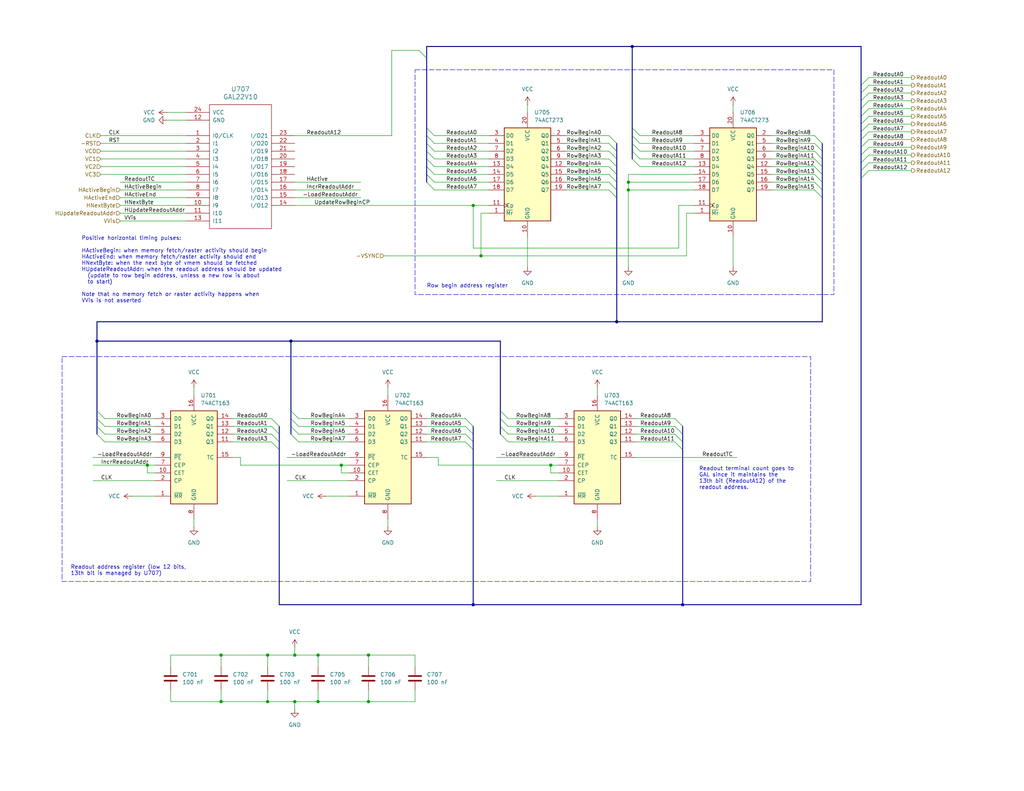
<source format=kicad_sch>
(kicad_sch (version 20231120) (generator "eeschema") (generator_version "8.0")
  (paper "User" 335.28 259.08)
  (title_block (title "Readout") (company "daveho hacks"))
  (lib_symbols
    (symbol "74xx:74LS163" (pin_names (offset 1.016))
      (property "Reference" "U" (at -7.62 16.51 0))
      (property "Value" "74LS163" (at -7.62 -16.51 0))
      (symbol "74LS163_1_0"
        (pin input line (at -12.7 -12.7 0) (length 5.08) (name "~{MR}") (number "1"))
        (pin input line (at -12.7 -5.08 0) (length 5.08) (name "CET") (number "10"))
        (pin output line (at 12.7 5.08 180) (length 5.08) (name "Q3") (number "11"))
        (pin output line (at 12.7 7.62 180) (length 5.08) (name "Q2") (number "12"))
        (pin output line (at 12.7 10.16 180) (length 5.08) (name "Q1") (number "13"))
        (pin output line (at 12.7 12.7 180) (length 5.08) (name "Q0") (number "14"))
        (pin output line (at 12.7 0 180) (length 5.08) (name "TC") (number "15"))
        (pin power_in line (at 0 20.32 270) (length 5.08) (name "VCC") (number "16"))
        (pin input line (at -12.7 -7.62 0) (length 5.08) (name "CP") (number "2"))
        (pin input line (at -12.7 12.7 0) (length 5.08) (name "D0") (number "3"))
        (pin input line (at -12.7 10.16 0) (length 5.08) (name "D1") (number "4"))
        (pin input line (at -12.7 7.62 0) (length 5.08) (name "D2") (number "5"))
        (pin input line (at -12.7 5.08 0) (length 5.08) (name "D3") (number "6"))
        (pin input line (at -12.7 -2.54 0) (length 5.08) (name "CEP") (number "7"))
        (pin power_in line (at 0 -20.32 90) (length 5.08) (name "GND") (number "8"))
        (pin input line (at -12.7 0 0) (length 5.08) (name "~{PE}") (number "9"))
      )
      (symbol "74LS163_1_1"
        (rectangle (start -7.62 15.24) (end 7.62 -15.24) (stroke (width 0.254)) (fill (type background)))
      )
    )
    (symbol "74xx:74LS273"
      (property "Reference" "U" (at -7.62 16.51 0))
      (property "Value" "74LS273" (at -7.62 -16.51 0))
      (symbol "74LS273_1_0"
        (pin input line (at -12.7 -12.7 0) (length 5.08) (name "~{Mr}") (number "1"))
        (pin power_in line (at 0 -20.32 90) (length 5.08) (name "GND") (number "10"))
        (pin input clock (at -12.7 -10.16 0) (length 5.08) (name "Cp") (number "11"))
        (pin output line (at 12.7 2.54 180) (length 5.08) (name "Q4") (number "12"))
        (pin input line (at -12.7 2.54 0) (length 5.08) (name "D4") (number "13"))
        (pin input line (at -12.7 0 0) (length 5.08) (name "D5") (number "14"))
        (pin output line (at 12.7 0 180) (length 5.08) (name "Q5") (number "15"))
        (pin output line (at 12.7 -2.54 180) (length 5.08) (name "Q6") (number "16"))
        (pin input line (at -12.7 -2.54 0) (length 5.08) (name "D6") (number "17"))
        (pin input line (at -12.7 -5.08 0) (length 5.08) (name "D7") (number "18"))
        (pin output line (at 12.7 -5.08 180) (length 5.08) (name "Q7") (number "19"))
        (pin output line (at 12.7 12.7 180) (length 5.08) (name "Q0") (number "2"))
        (pin power_in line (at 0 20.32 270) (length 5.08) (name "VCC") (number "20"))
        (pin input line (at -12.7 12.7 0) (length 5.08) (name "D0") (number "3"))
        (pin input line (at -12.7 10.16 0) (length 5.08) (name "D1") (number "4"))
        (pin output line (at 12.7 10.16 180) (length 5.08) (name "Q1") (number "5"))
        (pin output line (at 12.7 7.62 180) (length 5.08) (name "Q2") (number "6"))
        (pin input line (at -12.7 7.62 0) (length 5.08) (name "D2") (number "7"))
        (pin input line (at -12.7 5.08 0) (length 5.08) (name "D3") (number "8"))
        (pin output line (at 12.7 5.08 180) (length 5.08) (name "Q3") (number "9"))
      )
      (symbol "74LS273_1_1"
        (rectangle (start -7.62 15.24) (end 7.62 -15.24) (stroke (width 0.254)) (fill (type background)))
      )
    )
    (symbol "Device:C" (pin_numbers hide) (pin_names (offset 0.254))
      (property "Reference" "C" (at 0.635 2.54 0))
      (property "Value" "C" (at 0.635 -2.54 0))
      (symbol "C_0_1"
        (polyline (pts (xy -2.032 -0.762) (xy 2.032 -0.762)) (stroke (width 0.508)))
        (polyline (pts (xy -2.032 0.762) (xy 2.032 0.762)) (stroke (width 0.508)))
      )
      (symbol "C_1_1"
        (pin passive line (at 0 3.81 270) (length 2.794) (name "~") (number "1"))
        (pin passive line (at 0 -3.81 90) (length 2.794) (name "~") (number "2"))
      )
    )
    (symbol "power:GND" (power) (pin_numbers hide) (pin_names (offset 0) hide)
      (property "Value" "GND" (at 0 -3.81 0))
      (symbol "GND_0_1"
        (polyline (pts (xy 0 0) (xy 0 -1.27) (xy 1.27 -1.27) (xy 0 -2.54) (xy -1.27 -1.27) (xy 0 -1.27)))
      )
      (symbol "GND_1_1"
        (pin power_in line (at 0 0 270) (length 0) (name "~") (number "1"))
      )
    )
    (symbol "power:VCC" (power) (pin_numbers hide) (pin_names (offset 0) hide)
      (property "Value" "VCC" (at 0 3.556 0))
      (symbol "VCC_0_1"
        (polyline (pts (xy -0.762 1.27) (xy 0 2.54)))
        (polyline (pts (xy 0 0) (xy 0 2.54)))
        (polyline (pts (xy 0 2.54) (xy 0.762 1.27)))
      )
      (symbol "VCC_1_1"
        (pin power_in line (at 0 0 90) (length 0) (name "~") (number "1"))
      )
    )
    (symbol "ya68k:GAL22V10" (pin_names (offset 1.016))
      (property "Reference" "U" (at -1.27 20.32 0))
      (property "Value" "GAL22V10" (at 0 -24.13 0))
      (symbol "GAL22V10_0_1"
        (rectangle (start -10.16 19.05) (end 10.16 -21.59))
      )
      (symbol "GAL22V10_1_1"
        (pin input line (at -17.78 8.89 0) (length 7.62) (name "I0/CLK") (number "1"))
        (pin input line (at -17.78 -13.97 0) (length 7.62) (name "I9") (number "10"))
        (pin input line (at -17.78 -16.51 0) (length 7.62) (name "I10") (number "11"))
        (pin power_in line (at -17.78 13.97 0) (length 7.62) (name "GND") (number "12"))
        (pin input line (at -17.78 -19.05 0) (length 7.62) (name "I11") (number "13"))
        (pin bidirectional line (at 17.78 -13.97 180) (length 7.62) (name "I/O12") (number "14"))
        (pin bidirectional line (at 17.78 -11.43 180) (length 7.62) (name "I/O13") (number "15"))
        (pin bidirectional line (at 17.78 -8.89 180) (length 7.62) (name "I/O14") (number "16"))
        (pin bidirectional line (at 17.78 -6.35 180) (length 7.62) (name "I/O15") (number "17"))
        (pin bidirectional line (at 17.78 -3.81 180) (length 7.62) (name "I/O16") (number "18"))
        (pin bidirectional line (at 17.78 -1.27 180) (length 7.62) (name "I/O17") (number "19"))
        (pin input line (at -17.78 6.35 0) (length 7.62) (name "I1") (number "2"))
        (pin bidirectional line (at 17.78 1.27 180) (length 7.62) (name "I/O18") (number "20"))
        (pin bidirectional line (at 17.78 3.81 180) (length 7.62) (name "I/O19") (number "21"))
        (pin bidirectional line (at 17.78 6.35 180) (length 7.62) (name "I/O20") (number "22"))
        (pin bidirectional line (at 17.78 8.89 180) (length 7.62) (name "I/O21") (number "23"))
        (pin power_in line (at -17.78 16.51 0) (length 7.62) (name "VCC") (number "24"))
        (pin input line (at -17.78 3.81 0) (length 7.62) (name "I2") (number "3"))
        (pin input line (at -17.78 1.27 0) (length 7.62) (name "I3") (number "4"))
        (pin input line (at -17.78 -1.27 0) (length 7.62) (name "I4") (number "5"))
        (pin input line (at -17.78 -3.81 0) (length 7.62) (name "I5") (number "6"))
        (pin input line (at -17.78 -6.35 0) (length 7.62) (name "I6") (number "7"))
        (pin input line (at -17.78 -8.89 0) (length 7.62) (name "I7") (number "8"))
        (pin input line (at -17.78 -11.43 0) (length 7.62) (name "I8") (number "9"))
      )
    )
  )
  (junction (at 207.01 15.24))
  (junction (at 205.74 59.69))
  (junction (at 87.63 214.63))
  (junction (at 31.75 111.76))
  (junction (at 157.48 83.82))
  (junction (at 111.76 152.4))
  (junction (at 223.52 198.12))
  (junction (at 180.34 152.4))
  (junction (at 120.65 214.63))
  (junction (at 104.14 214.63))
  (junction (at 205.74 62.23))
  (junction (at 120.65 229.87))
  (junction (at 72.39 214.63))
  (junction (at 48.26 152.4))
  (junction (at 201.93 105.41))
  (junction (at 95.25 111.76))
  (junction (at 96.52 229.87))
  (junction (at 154.94 67.31))
  (junction (at 87.63 229.87))
  (junction (at 96.52 214.63))
  (junction (at 154.94 198.12))
  (junction (at 104.14 229.87))
  (junction (at 72.39 229.87))
  (bus_entry (at 266.7 49.53) (size 2.54 2.54))
  (bus_entry (at 139.7 59.69) (size 2.54 2.54))
  (bus_entry (at 281.94 35.56) (size 2.54 -2.54))
  (bus_entry (at 207.01 44.45) (size 2.54 2.54))
  (bus_entry (at 139.7 57.15) (size 2.54 2.54))
  (bus_entry (at 199.39 46.99) (size 2.54 2.54))
  (bus_entry (at 281.94 58.42) (size 2.54 -2.54))
  (bus_entry (at 31.75 137.16) (size 2.54 2.54))
  (bus_entry (at 152.4 144.78) (size 2.54 2.54))
  (bus_entry (at 207.01 52.07) (size 2.54 2.54))
  (bus_entry (at 31.75 142.24) (size 2.54 2.54))
  (bus_entry (at 152.4 142.24) (size 2.54 2.54))
  (bus_entry (at 266.7 54.61) (size 2.54 2.54))
  (bus_entry (at 266.7 62.23) (size 2.54 2.54))
  (bus_entry (at 31.75 139.7) (size 2.54 2.54))
  (bus_entry (at 281.94 55.88) (size 2.54 -2.54))
  (bus_entry (at 281.94 27.94) (size 2.54 -2.54))
  (bus_entry (at 139.7 46.99) (size 2.54 2.54))
  (bus_entry (at 281.94 45.72) (size 2.54 -2.54))
  (bus_entry (at 199.39 59.69) (size 2.54 2.54))
  (bus_entry (at 199.39 54.61) (size 2.54 2.54))
  (bus_entry (at 95.25 137.16) (size 2.54 2.54))
  (bus_entry (at 88.9 137.16) (size 2.54 2.54))
  (bus_entry (at 266.7 52.07) (size 2.54 2.54))
  (bus_entry (at 199.39 49.53) (size 2.54 2.54))
  (bus_entry (at 207.01 46.99) (size 2.54 2.54))
  (bus_entry (at 281.94 40.64) (size 2.54 -2.54))
  (bus_entry (at 88.9 139.7) (size 2.54 2.54))
  (bus_entry (at 163.83 142.24) (size 2.54 2.54))
  (bus_entry (at 281.94 53.34) (size 2.54 -2.54))
  (bus_entry (at 163.83 137.16) (size 2.54 2.54))
  (bus_entry (at 139.7 52.07) (size 2.54 2.54))
  (bus_entry (at 281.94 48.26) (size 2.54 -2.54))
  (bus_entry (at 152.4 137.16) (size 2.54 2.54))
  (bus_entry (at 266.7 44.45) (size 2.54 2.54))
  (bus_entry (at 139.7 54.61) (size 2.54 2.54))
  (bus_entry (at 139.7 44.45) (size 2.54 2.54))
  (bus_entry (at 281.94 33.02) (size 2.54 -2.54))
  (bus_entry (at 281.94 43.18) (size 2.54 -2.54))
  (bus_entry (at 281.94 50.8) (size 2.54 -2.54))
  (bus_entry (at 220.98 139.7) (size 2.54 2.54))
  (bus_entry (at 137.16 16.51) (size 2.54 2.54))
  (bus_entry (at 266.7 46.99) (size 2.54 2.54))
  (bus_entry (at 199.39 52.07) (size 2.54 2.54))
  (bus_entry (at 31.75 134.62) (size 2.54 2.54))
  (bus_entry (at 220.98 137.16) (size 2.54 2.54))
  (bus_entry (at 207.01 41.91) (size 2.54 2.54))
  (bus_entry (at 199.39 62.23) (size 2.54 2.54))
  (bus_entry (at 199.39 44.45) (size 2.54 2.54))
  (bus_entry (at 88.9 144.78) (size 2.54 2.54))
  (bus_entry (at 139.7 41.91) (size 2.54 2.54))
  (bus_entry (at 220.98 142.24) (size 2.54 2.54))
  (bus_entry (at 199.39 57.15) (size 2.54 2.54))
  (bus_entry (at 88.9 142.24) (size 2.54 2.54))
  (bus_entry (at 95.25 142.24) (size 2.54 2.54))
  (bus_entry (at 281.94 38.1) (size 2.54 -2.54))
  (bus_entry (at 266.7 59.69) (size 2.54 2.54))
  (bus_entry (at 95.25 134.62) (size 2.54 2.54))
  (bus_entry (at 220.98 144.78) (size 2.54 2.54))
  (bus_entry (at 95.25 139.7) (size 2.54 2.54))
  (bus_entry (at 163.83 139.7) (size 2.54 2.54))
  (bus_entry (at 163.83 134.62) (size 2.54 2.54))
  (bus_entry (at 266.7 57.15) (size 2.54 2.54))
  (bus_entry (at 281.94 30.48) (size 2.54 -2.54))
  (bus_entry (at 152.4 139.7) (size 2.54 2.54))
  (bus_entry (at 139.7 49.53) (size 2.54 2.54))
  (bus_entry (at 207.01 49.53) (size 2.54 2.54))
  (wire (pts (xy 209.55 49.53) (xy 227.33 49.53)))
  (bus (pts (xy 281.94 53.34) (xy 281.94 50.8)))
  (wire (pts (xy 209.55 52.07) (xy 227.33 52.07)))
  (bus (pts (xy 281.94 35.56) (xy 281.94 33.02)))
  (wire (pts (xy 162.56 157.48) (xy 182.88 157.48)))
  (wire (pts (xy 55.88 229.87) (xy 72.39 229.87)))
  (bus (pts (xy 139.7 54.61) (xy 139.7 57.15)))
  (wire (pts (xy 76.2 139.7) (xy 88.9 139.7)))
  (wire (pts (xy 33.02 54.61) (xy 60.96 54.61)))
  (bus (pts (xy 281.94 30.48) (xy 281.94 27.94)))
  (wire (pts (xy 208.28 144.78) (xy 220.98 144.78)))
  (wire (pts (xy 240.03 34.29) (xy 240.03 36.83)))
  (wire (pts (xy 284.48 35.56) (xy 298.45 35.56)))
  (wire (pts (xy 63.5 127) (xy 63.5 129.54)))
  (bus (pts (xy 95.25 111.76) (xy 95.25 134.62)))
  (wire (pts (xy 209.55 54.61) (xy 227.33 54.61)))
  (wire (pts (xy 76.2 142.24) (xy 88.9 142.24)))
  (wire (pts (xy 93.98 157.48) (xy 114.3 157.48)))
  (bus (pts (xy 269.24 46.99) (xy 269.24 49.53)))
  (bus (pts (xy 31.75 105.41) (xy 31.75 111.76)))
  (wire (pts (xy 39.37 64.77) (xy 60.96 64.77)))
  (wire (pts (xy 284.48 33.02) (xy 298.45 33.02)))
  (wire (pts (xy 160.02 69.85) (xy 157.48 69.85)))
  (wire (pts (xy 39.37 62.23) (xy 60.96 62.23)))
  (wire (pts (xy 54.61 36.83) (xy 60.96 36.83)))
  (wire (pts (xy 72.39 214.63) (xy 87.63 214.63)))
  (bus (pts (xy 163.83 134.62) (xy 163.83 111.76)))
  (wire (pts (xy 48.26 154.94) (xy 48.26 152.4)))
  (wire (pts (xy 180.34 152.4) (xy 182.88 152.4)))
  (wire (pts (xy 205.74 59.69) (xy 227.33 59.69)))
  (wire (pts (xy 50.8 154.94) (xy 48.26 154.94)))
  (bus (pts (xy 269.24 62.23) (xy 269.24 64.77)))
  (wire (pts (xy 139.7 144.78) (xy 152.4 144.78)))
  (bus (pts (xy 31.75 105.41) (xy 201.93 105.41)))
  (wire (pts (xy 63.5 170.18) (xy 63.5 172.72)))
  (wire (pts (xy 142.24 62.23) (xy 160.02 62.23)))
  (bus (pts (xy 201.93 59.69) (xy 201.93 62.23)))
  (wire (pts (xy 284.48 43.18) (xy 298.45 43.18)))
  (bus (pts (xy 163.83 142.24) (xy 163.83 139.7)))
  (bus (pts (xy 223.52 144.78) (xy 223.52 147.32)))
  (wire (pts (xy 55.88 218.44) (xy 55.88 214.63)))
  (wire (pts (xy 208.28 137.16) (xy 220.98 137.16)))
  (bus (pts (xy 31.75 137.16) (xy 31.75 134.62)))
  (bus (pts (xy 91.44 147.32) (xy 91.44 198.12)))
  (wire (pts (xy 284.48 53.34) (xy 298.45 53.34)))
  (wire (pts (xy 195.58 170.18) (xy 195.58 172.72)))
  (wire (pts (xy 97.79 139.7) (xy 114.3 139.7)))
  (wire (pts (xy 172.72 77.47) (xy 172.72 87.63)))
  (wire (pts (xy 96.52 59.69) (xy 118.11 59.69)))
  (wire (pts (xy 34.29 142.24) (xy 50.8 142.24)))
  (wire (pts (xy 143.51 152.4) (xy 180.34 152.4)))
  (wire (pts (xy 222.25 81.28) (xy 154.94 81.28)))
  (wire (pts (xy 182.88 154.94) (xy 180.34 154.94)))
  (bus (pts (xy 207.01 49.53) (xy 207.01 52.07)))
  (wire (pts (xy 120.65 214.63) (xy 120.65 218.44)))
  (wire (pts (xy 195.58 127) (xy 195.58 129.54)))
  (bus (pts (xy 139.7 15.24) (xy 139.7 19.05)))
  (bus (pts (xy 139.7 46.99) (xy 139.7 49.53)))
  (bus (pts (xy 91.44 144.78) (xy 91.44 147.32)))
  (wire (pts (xy 205.74 57.15) (xy 205.74 59.69)))
  (bus (pts (xy 91.44 142.24) (xy 91.44 144.78)))
  (bus (pts (xy 281.94 48.26) (xy 281.94 45.72)))
  (wire (pts (xy 135.89 214.63) (xy 135.89 218.44)))
  (wire (pts (xy 240.03 77.47) (xy 240.03 87.63)))
  (wire (pts (xy 111.76 154.94) (xy 111.76 152.4)))
  (wire (pts (xy 30.48 157.48) (xy 50.8 157.48)))
  (wire (pts (xy 72.39 214.63) (xy 72.39 218.44)))
  (bus (pts (xy 139.7 49.53) (xy 139.7 52.07)))
  (wire (pts (xy 139.7 137.16) (xy 152.4 137.16)))
  (bus (pts (xy 281.94 58.42) (xy 281.94 55.88)))
  (wire (pts (xy 185.42 59.69) (xy 199.39 59.69)))
  (bus (pts (xy 269.24 59.69) (xy 269.24 62.23)))
  (wire (pts (xy 33.02 46.99) (xy 60.96 46.99)))
  (wire (pts (xy 175.26 162.56) (xy 182.88 162.56)))
  (wire (pts (xy 205.74 62.23) (xy 205.74 87.63)))
  (wire (pts (xy 48.26 152.4) (xy 50.8 152.4)))
  (wire (pts (xy 157.48 83.82) (xy 224.79 83.82)))
  (wire (pts (xy 222.25 67.31) (xy 222.25 81.28)))
  (wire (pts (xy 55.88 226.06) (xy 55.88 229.87)))
  (bus (pts (xy 154.94 142.24) (xy 154.94 144.78)))
  (wire (pts (xy 284.48 50.8) (xy 298.45 50.8)))
  (wire (pts (xy 97.79 137.16) (xy 114.3 137.16)))
  (wire (pts (xy 209.55 46.99) (xy 227.33 46.99)))
  (wire (pts (xy 30.48 152.4) (xy 48.26 152.4)))
  (wire (pts (xy 284.48 40.64) (xy 298.45 40.64)))
  (bus (pts (xy 154.94 147.32) (xy 154.94 198.12)))
  (wire (pts (xy 111.76 152.4) (xy 114.3 152.4)))
  (bus (pts (xy 201.93 52.07) (xy 201.93 54.61)))
  (wire (pts (xy 142.24 52.07) (xy 160.02 52.07)))
  (bus (pts (xy 223.52 139.7) (xy 223.52 142.24)))
  (wire (pts (xy 284.48 55.88) (xy 298.45 55.88)))
  (wire (pts (xy 114.3 154.94) (xy 111.76 154.94)))
  (bus (pts (xy 95.25 111.76) (xy 31.75 111.76)))
  (wire (pts (xy 39.37 67.31) (xy 60.96 67.31)))
  (bus (pts (xy 281.94 50.8) (xy 281.94 48.26)))
  (wire (pts (xy 96.52 214.63) (xy 104.14 214.63)))
  (bus (pts (xy 95.25 139.7) (xy 95.25 142.24)))
  (wire (pts (xy 252.73 62.23) (xy 266.7 62.23)))
  (wire (pts (xy 154.94 81.28) (xy 154.94 67.31)))
  (bus (pts (xy 201.93 62.23) (xy 201.93 64.77)))
  (wire (pts (xy 166.37 137.16) (xy 182.88 137.16)))
  (bus (pts (xy 207.01 46.99) (xy 207.01 49.53)))
  (wire (pts (xy 96.52 64.77) (xy 118.11 64.77)))
  (bus (pts (xy 154.94 139.7) (xy 154.94 142.24)))
  (bus (pts (xy 269.24 49.53) (xy 269.24 52.07)))
  (bus (pts (xy 269.24 64.77) (xy 269.24 105.41)))
  (bus (pts (xy 281.94 33.02) (xy 281.94 30.48)))
  (bus (pts (xy 95.25 137.16) (xy 95.25 139.7)))
  (bus (pts (xy 91.44 198.12) (xy 154.94 198.12)))
  (wire (pts (xy 252.73 54.61) (xy 266.7 54.61)))
  (wire (pts (xy 39.37 69.85) (xy 60.96 69.85)))
  (wire (pts (xy 185.42 57.15) (xy 199.39 57.15)))
  (wire (pts (xy 39.37 59.69) (xy 60.96 59.69)))
  (wire (pts (xy 33.02 44.45) (xy 60.96 44.45)))
  (bus (pts (xy 207.01 41.91) (xy 207.01 44.45)))
  (wire (pts (xy 72.39 226.06) (xy 72.39 229.87)))
  (wire (pts (xy 185.42 49.53) (xy 199.39 49.53)))
  (wire (pts (xy 34.29 137.16) (xy 50.8 137.16)))
  (wire (pts (xy 284.48 48.26) (xy 298.45 48.26)))
  (wire (pts (xy 157.48 69.85) (xy 157.48 83.82)))
  (bus (pts (xy 201.93 64.77) (xy 201.93 105.41)))
  (wire (pts (xy 96.52 229.87) (xy 104.14 229.87)))
  (wire (pts (xy 162.56 149.86) (xy 182.88 149.86)))
  (bus (pts (xy 31.75 139.7) (xy 31.75 137.16)))
  (wire (pts (xy 104.14 226.06) (xy 104.14 229.87)))
  (wire (pts (xy 76.2 137.16) (xy 88.9 137.16)))
  (wire (pts (xy 224.79 69.85) (xy 224.79 83.82)))
  (wire (pts (xy 284.48 45.72) (xy 298.45 45.72)))
  (wire (pts (xy 209.55 44.45) (xy 227.33 44.45)))
  (wire (pts (xy 76.2 149.86) (xy 78.74 149.86)))
  (bus (pts (xy 154.94 198.12) (xy 223.52 198.12)))
  (wire (pts (xy 104.14 214.63) (xy 120.65 214.63)))
  (bus (pts (xy 163.83 139.7) (xy 163.83 137.16)))
  (wire (pts (xy 142.24 59.69) (xy 160.02 59.69)))
  (bus (pts (xy 281.94 45.72) (xy 281.94 43.18)))
  (wire (pts (xy 127 127) (xy 127 129.54)))
  (bus (pts (xy 139.7 44.45) (xy 139.7 46.99)))
  (wire (pts (xy 78.74 152.4) (xy 111.76 152.4)))
  (wire (pts (xy 33.02 52.07) (xy 60.96 52.07)))
  (wire (pts (xy 142.24 46.99) (xy 160.02 46.99)))
  (bus (pts (xy 281.94 38.1) (xy 281.94 35.56)))
  (bus (pts (xy 139.7 19.05) (xy 139.7 41.91)))
  (wire (pts (xy 284.48 30.48) (xy 298.45 30.48)))
  (wire (pts (xy 39.37 72.39) (xy 60.96 72.39)))
  (wire (pts (xy 96.52 229.87) (xy 96.52 232.41)))
  (bus (pts (xy 95.25 111.76) (xy 163.83 111.76)))
  (wire (pts (xy 125.73 83.82) (xy 157.48 83.82)))
  (wire (pts (xy 87.63 226.06) (xy 87.63 229.87)))
  (wire (pts (xy 34.29 144.78) (xy 50.8 144.78)))
  (wire (pts (xy 104.14 214.63) (xy 104.14 218.44)))
  (wire (pts (xy 252.73 49.53) (xy 266.7 49.53)))
  (wire (pts (xy 142.24 49.53) (xy 160.02 49.53)))
  (bus (pts (xy 139.7 57.15) (xy 139.7 59.69)))
  (wire (pts (xy 93.98 149.86) (xy 114.3 149.86)))
  (wire (pts (xy 172.72 34.29) (xy 172.72 36.83)))
  (wire (pts (xy 252.73 52.07) (xy 266.7 52.07)))
  (wire (pts (xy 106.68 162.56) (xy 114.3 162.56)))
  (bus (pts (xy 201.93 54.61) (xy 201.93 57.15)))
  (wire (pts (xy 128.27 44.45) (xy 128.27 16.51)))
  (wire (pts (xy 120.65 214.63) (xy 135.89 214.63)))
  (wire (pts (xy 252.73 57.15) (xy 266.7 57.15)))
  (bus (pts (xy 91.44 139.7) (xy 91.44 142.24)))
  (bus (pts (xy 269.24 52.07) (xy 269.24 54.61)))
  (bus (pts (xy 31.75 142.24) (xy 31.75 139.7)))
  (wire (pts (xy 142.24 54.61) (xy 160.02 54.61)))
  (bus (pts (xy 269.24 54.61) (xy 269.24 57.15)))
  (bus (pts (xy 95.25 134.62) (xy 95.25 137.16)))
  (wire (pts (xy 128.27 16.51) (xy 137.16 16.51)))
  (wire (pts (xy 252.73 46.99) (xy 266.7 46.99)))
  (wire (pts (xy 185.42 44.45) (xy 199.39 44.45)))
  (bus (pts (xy 201.93 46.99) (xy 201.93 49.53)))
  (wire (pts (xy 96.52 67.31) (xy 154.94 67.31)))
  (wire (pts (xy 208.28 139.7) (xy 220.98 139.7)))
  (bus (pts (xy 281.94 43.18) (xy 281.94 40.64)))
  (wire (pts (xy 139.7 142.24) (xy 152.4 142.24)))
  (bus (pts (xy 281.94 55.88) (xy 281.94 53.34)))
  (wire (pts (xy 185.42 62.23) (xy 199.39 62.23)))
  (wire (pts (xy 96.52 44.45) (xy 128.27 44.45)))
  (bus (pts (xy 281.94 15.24) (xy 207.01 15.24)))
  (wire (pts (xy 185.42 46.99) (xy 199.39 46.99)))
  (bus (pts (xy 269.24 57.15) (xy 269.24 59.69)))
  (wire (pts (xy 142.24 44.45) (xy 160.02 44.45)))
  (wire (pts (xy 97.79 142.24) (xy 114.3 142.24)))
  (wire (pts (xy 208.28 142.24) (xy 220.98 142.24)))
  (wire (pts (xy 54.61 39.37) (xy 60.96 39.37)))
  (wire (pts (xy 43.18 162.56) (xy 50.8 162.56)))
  (wire (pts (xy 166.37 142.24) (xy 182.88 142.24)))
  (wire (pts (xy 143.51 149.86) (xy 143.51 152.4)))
  (bus (pts (xy 207.01 44.45) (xy 207.01 46.99)))
  (wire (pts (xy 55.88 214.63) (xy 72.39 214.63)))
  (wire (pts (xy 97.79 144.78) (xy 114.3 144.78)))
  (wire (pts (xy 252.73 59.69) (xy 266.7 59.69)))
  (wire (pts (xy 227.33 67.31) (xy 222.25 67.31)))
  (wire (pts (xy 96.52 62.23) (xy 118.11 62.23)))
  (wire (pts (xy 87.63 214.63) (xy 87.63 218.44)))
  (wire (pts (xy 72.39 229.87) (xy 87.63 229.87)))
  (wire (pts (xy 154.94 67.31) (xy 160.02 67.31)))
  (bus (pts (xy 139.7 41.91) (xy 139.7 44.45)))
  (wire (pts (xy 166.37 139.7) (xy 182.88 139.7)))
  (wire (pts (xy 33.02 57.15) (xy 60.96 57.15)))
  (bus (pts (xy 207.01 15.24) (xy 207.01 41.91)))
  (bus (pts (xy 281.94 40.64) (xy 281.94 38.1)))
  (wire (pts (xy 120.65 226.06) (xy 120.65 229.87)))
  (wire (pts (xy 180.34 154.94) (xy 180.34 152.4)))
  (wire (pts (xy 205.74 59.69) (xy 205.74 62.23)))
  (wire (pts (xy 30.48 149.86) (xy 50.8 149.86)))
  (wire (pts (xy 34.29 139.7) (xy 50.8 139.7)))
  (bus (pts (xy 281.94 58.42) (xy 281.94 198.12)))
  (wire (pts (xy 208.28 149.86) (xy 241.3 149.86)))
  (bus (pts (xy 201.93 57.15) (xy 201.93 59.69)))
  (bus (pts (xy 163.83 137.16) (xy 163.83 134.62)))
  (wire (pts (xy 139.7 149.86) (xy 143.51 149.86)))
  (wire (pts (xy 139.7 139.7) (xy 152.4 139.7)))
  (wire (pts (xy 166.37 144.78) (xy 182.88 144.78)))
  (bus (pts (xy 281.94 27.94) (xy 281.94 15.24)))
  (wire (pts (xy 87.63 229.87) (xy 96.52 229.87)))
  (wire (pts (xy 185.42 52.07) (xy 199.39 52.07)))
  (wire (pts (xy 87.63 214.63) (xy 96.52 214.63)))
  (bus (pts (xy 139.7 52.07) (xy 139.7 54.61)))
  (wire (pts (xy 227.33 57.15) (xy 205.74 57.15)))
  (wire (pts (xy 78.74 149.86) (xy 78.74 152.4)))
  (wire (pts (xy 127 170.18) (xy 127 172.72)))
  (wire (pts (xy 142.24 57.15) (xy 160.02 57.15)))
  (wire (pts (xy 227.33 69.85) (xy 224.79 69.85)))
  (wire (pts (xy 76.2 144.78) (xy 88.9 144.78)))
  (wire (pts (xy 284.48 38.1) (xy 298.45 38.1)))
  (wire (pts (xy 135.89 229.87) (xy 135.89 226.06)))
  (wire (pts (xy 104.14 229.87) (xy 120.65 229.87)))
  (wire (pts (xy 284.48 25.4) (xy 298.45 25.4)))
  (bus (pts (xy 223.52 142.24) (xy 223.52 144.78)))
  (wire (pts (xy 284.48 27.94) (xy 298.45 27.94)))
  (bus (pts (xy 207.01 15.24) (xy 139.7 15.24)))
  (bus (pts (xy 201.93 49.53) (xy 201.93 52.07)))
  (wire (pts (xy 205.74 62.23) (xy 227.33 62.23)))
  (bus (pts (xy 154.94 144.78) (xy 154.94 147.32)))
  (wire (pts (xy 185.42 54.61) (xy 199.39 54.61)))
  (wire (pts (xy 33.02 49.53) (xy 60.96 49.53)))
  (wire (pts (xy 96.52 212.09) (xy 96.52 214.63)))
  (bus (pts (xy 223.52 147.32) (xy 223.52 198.12)))
  (bus (pts (xy 201.93 105.41) (xy 269.24 105.41)))
  (bus (pts (xy 31.75 134.62) (xy 31.75 111.76)))
  (wire (pts (xy 120.65 229.87) (xy 135.89 229.87)))
  (wire (pts (xy 252.73 44.45) (xy 266.7 44.45)))
  (bus (pts (xy 223.52 198.12) (xy 281.94 198.12)))
  (rectangle (start 135.89 22.86) (end 273.05 96.52) (stroke (width 0) (type dash)))
  (rectangle (start 20.32 116.84) (end 265.43 190.5) (stroke (width 0) (type dash)))
  (text "Positive horizontal timing pulses:\n\nHActiveBegin: when memory fetch/raster activity should begin\nHActiveEnd: when memory fetch/raster activity should end\nHNextByte: when the next byte of vmem should be fetched\nHUpdateReadoutAddr: when the readout address should be updated\n  (update to row begin address, unless a new row is about\n  to start)\n\nNote that no memory fetch or raster activity happens when\nVVis is not asserted" (at 26.67 88.392 0) (effects (font (size 1.27 1.27)) (justify left)))
  (text "Readout terminal count goes to\nGAL since it maintains the\n13th bit (ReadoutA12) of the\nreadout address." (at 228.854 156.718 0) (effects (font (size 1.27 1.27)) (justify left)))
  (text "Readout address register (low 12 bits,\n13th bit is managed by U707)" (at 23.114 186.944 0) (effects (font (size 1.27 1.27)) (justify left)))
  (text "Row begin address register" (at 139.7 93.726 0) (effects (font (size 1.27 1.27)) (justify left)))
  (label "ReadoutA9" (at 285.75 48.26 0))
  (label "RowBeginA7" (at 101.6 144.78 0))
  (label "IncrReadoutAddr" (at 100.33 62.23 0))
  (label "ReadoutA2" (at 77.47 142.24 0))
  (label "RowBeginA5" (at 101.6 139.7 0))
  (label "ReadoutA5" (at 146.05 57.15 0))
  (label "RowBeginA1" (at 185.42 46.99 0))
  (label "ReadoutA0" (at 285.75 25.4 0))
  (label "HUpdateReadoutAddr" (at 40.64 69.85 0))
  (label "ReadoutA8" (at 285.75 45.72 0))
  (label "ReadoutA6" (at 146.05 59.69 0))
  (label "-LoadReadoutAddr" (at 95.25 149.86 0))
  (label "ReadoutA1" (at 285.75 27.94 0))
  (label "ReadoutA0" (at 77.47 137.16 0))
  (label "ReadoutA12" (at 100.33 44.45 0))
  (label "RowBeginA2" (at 185.42 49.53 0))
  (label "RowBeginA9" (at 168.91 139.7 0))
  (label "ReadoutA2" (at 285.75 30.48 0))
  (label "ReadoutA3" (at 77.47 144.78 0))
  (label "RowBeginA15" (at 254 62.23 0))
  (label "RowBeginA1" (at 38.1 139.7 0))
  (label "-LoadReadoutAddr" (at 163.83 149.86 0))
  (label "-LoadReadoutAddr" (at 99.06 64.77 0))
  (label "ReadoutA8" (at 213.36 44.45 0))
  (label "HActiveEnd" (at 40.64 64.77 0))
  (label "RowBeginA7" (at 185.42 62.23 0))
  (label "-LoadReadoutAddr" (at 31.75 149.86 0))
  (label "ReadoutA12" (at 213.36 54.61 0))
  (label "ReadoutTC" (at 229.87 149.86 0))
  (label "RowBeginA0" (at 185.42 44.45 0))
  (label "RowBeginA5" (at 185.42 57.15 0))
  (label "RowBeginA13" (at 254 57.15 0))
  (label "ReadoutA1" (at 77.47 139.7 0))
  (label "RowBeginA10" (at 254 49.53 0))
  (label "RST" (at 35.56 46.99 0))
  (label "ReadoutA11" (at 285.75 53.34 0))
  (label "ReadoutA2" (at 146.05 49.53 0))
  (label "RowBeginA4" (at 101.6 137.16 0))
  (label "ReadoutA10" (at 209.55 142.24 0))
  (label "UpdateRowBeginCP" (at 102.87 67.31 0))
  (label "ReadoutA7" (at 146.05 62.23 0))
  (label "ReadoutA4" (at 140.97 137.16 0))
  (label "ReadoutA3" (at 285.75 33.02 0))
  (label "ReadoutA9" (at 209.55 139.7 0))
  (label "RowBeginA8" (at 168.91 137.16 0))
  (label "RowBeginA6" (at 185.42 59.69 0))
  (label "RowBeginA6" (at 101.6 142.24 0))
  (label "ReadoutA12" (at 285.75 55.88 0))
  (label "ReadoutA11" (at 213.36 52.07 0))
  (label "RowBeginA8" (at 254 44.45 0))
  (label "ReadoutA7" (at 285.75 43.18 0))
  (label "ReadoutA4" (at 146.05 54.61 0))
  (label "CLK" (at 33.02 157.48 0))
  (label "ReadoutA11" (at 209.55 144.78 0))
  (label "VVis" (at 40.64 72.39 0))
  (label "RowBeginA2" (at 38.1 142.24 0))
  (label "RowBeginA4" (at 185.42 54.61 0))
  (label "ReadoutA10" (at 285.75 50.8 0))
  (label "ReadoutA3" (at 146.05 52.07 0))
  (label "ReadoutA0" (at 146.05 44.45 0))
  (label "RowBeginA10" (at 168.91 142.24 0))
  (label "RowBeginA12" (at 254 54.61 0))
  (label "ReadoutA9" (at 213.36 46.99 0))
  (label "RowBeginA3" (at 185.42 52.07 0))
  (label "ReadoutA6" (at 285.75 40.64 0))
  (label "RowBeginA11" (at 168.91 144.78 0))
  (label "ReadoutA8" (at 209.55 137.16 0))
  (label "RowBeginA3" (at 38.1 144.78 0))
  (label "ReadoutA1" (at 146.05 46.99 0))
  (label "HActiveBegin" (at 40.64 62.23 0))
  (label "RowBeginA9" (at 254 46.99 0))
  (label "ReadoutA5" (at 140.97 139.7 0))
  (label "ReadoutTC" (at 40.64 59.69 0))
  (label "CLK" (at 35.56 44.45 0))
  (label "CLK" (at 165.1 157.48 0))
  (label "IncrReadoutAddr" (at 33.02 152.4 0))
  (label "HNextByte" (at 40.64 67.31 0))
  (label "RowBeginA0" (at 38.1 137.16 0))
  (label "CLK" (at 96.52 157.48 0))
  (label "RowBeginA11" (at 254 52.07 0))
  (label "ReadoutA4" (at 285.75 35.56 0))
  (label "ReadoutA5" (at 285.75 38.1 0))
  (label "ReadoutA7" (at 140.97 144.78 0))
  (label "RowBeginA14" (at 254 59.69 0))
  (label "ReadoutA6" (at 140.97 142.24 0))
  (label "HActive" (at 100.33 59.69 0))
  (label "ReadoutA10" (at 213.36 49.53 0))
  (hierarchical_label "VC1" (shape input) (at 33.02 52.07 180))
  (hierarchical_label "ReadoutA7" (shape output) (at 298.45 43.18 0))
  (hierarchical_label "ReadoutA1" (shape output) (at 298.45 27.94 0))
  (hierarchical_label "ReadoutA5" (shape output) (at 298.45 38.1 0))
  (hierarchical_label "ReadoutA9" (shape output) (at 298.45 48.26 0))
  (hierarchical_label "VC3" (shape input) (at 33.02 57.15 180))
  (hierarchical_label "ReadoutA10" (shape output) (at 298.45 50.8 0))
  (hierarchical_label "VVis" (shape input) (at 39.37 72.39 180))
  (hierarchical_label "CLK" (shape input) (at 33.02 44.45 180))
  (hierarchical_label "ReadoutA11" (shape output) (at 298.45 53.34 0))
  (hierarchical_label "ReadoutA6" (shape output) (at 298.45 40.64 0))
  (hierarchical_label "HActiveBegin" (shape input) (at 39.37 62.23 180))
  (hierarchical_label "-VSYNC" (shape input) (at 125.73 83.82 180))
  (hierarchical_label "HUpdateReadoutAddr" (shape input) (at 39.37 69.85 180))
  (hierarchical_label "ReadoutA3" (shape output) (at 298.45 33.02 0))
  (hierarchical_label "-RST" (shape input) (at 33.02 46.99 180))
  (hierarchical_label "HNextByte" (shape input) (at 39.37 67.31 180))
  (hierarchical_label "ReadoutA2" (shape output) (at 298.45 30.48 0))
  (hierarchical_label "ReadoutA12" (shape output) (at 298.45 55.88 0))
  (hierarchical_label "ReadoutA0" (shape output) (at 298.45 25.4 0))
  (hierarchical_label "HActiveEnd" (shape input) (at 39.37 64.77 180))
  (hierarchical_label "VC2" (shape input) (at 33.02 54.61 180))
  (hierarchical_label "ReadoutA4" (shape output) (at 298.45 35.56 0))
  (hierarchical_label "ReadoutA8" (shape output) (at 298.45 45.72 0))
  (hierarchical_label "VC0" (shape input) (at 33.02 49.53 180))
  (symbol (lib_id "power:VCC") (at 175.26 162.56 90) (unit 1)
    (property "Reference" "#PWR063" (effects (hide yes)))
    (property "Value" "VCC" (at 171.45 162.5599 90) (effects (justify left)))
    (property "Description" "Power symbol creates a global label with name \"VCC\"" (effects (hide yes)))
  )
  (symbol (lib_id "Device:C") (at 87.63 222.25 0) (unit 1)
    (property "Reference" "C703" (at 91.44 220.9799 0) (effects (justify left)))
    (property "Value" "100 nF" (at 91.44 223.5199 0) (effects (justify left)))
    (property "Description" "Unpolarized capacitor" (effects (hide yes)))
  )
  (symbol (lib_id "power:VCC") (at 106.68 162.56 90) (unit 1)
    (property "Reference" "#PWR062" (effects (hide yes)))
    (property "Value" "VCC" (at 102.87 162.5599 90) (effects (justify left)))
    (property "Description" "Power symbol creates a global label with name \"VCC\"" (effects (hide yes)))
  )
  (symbol (lib_id "power:VCC") (at 240.03 34.29 0) (unit 1)
    (property "Reference" "#PWR051" (effects (hide yes)))
    (property "Value" "VCC" (at 240.03 29.21 0))
    (property "Description" "Power symbol creates a global label with name \"VCC\"" (effects (hide yes)))
  )
  (symbol (lib_id "power:GND") (at 54.61 39.37 270) (unit 1)
    (property "Reference" "#PWR085" (effects (hide yes)))
    (property "Value" "GND" (at 50.8 39.3699 90) (effects (justify right)))
    (property "Description" "Power symbol creates a global label with name \"GND\" , ground" (effects (hide yes)))
  )
  (symbol (lib_id "74xx:74LS163") (at 127 149.86 0) (unit 1)
    (property "Reference" "U702" (at 129.1941 129.54 0) (effects (justify left)))
    (property "Value" "74ACT163" (at 129.1941 132.08 0) (effects (justify left)))
    (property "Datasheet" "http://www.ti.com/lit/gpn/sn74LS163" (effects (hide yes)))
    (property "Description" "Synchronous 4-bit programmable binary Counter" (effects (hide yes)))
  )
  (symbol (lib_id "power:VCC") (at 43.18 162.56 90) (unit 1)
    (property "Reference" "#PWR061" (effects (hide yes)))
    (property "Value" "VCC" (at 39.37 162.5599 90) (effects (justify left)))
    (property "Description" "Power symbol creates a global label with name \"VCC\"" (effects (hide yes)))
  )
  (symbol (lib_id "power:VCC") (at 54.61 36.83 90) (unit 1)
    (property "Reference" "#PWR084" (effects (hide yes)))
    (property "Value" "VCC" (at 50.8 36.8299 90) (effects (justify left)))
    (property "Description" "Power symbol creates a global label with name \"VCC\"" (effects (hide yes)))
  )
  (symbol (lib_id "74xx:74LS163") (at 195.58 149.86 0) (unit 1)
    (property "Reference" "U703" (at 197.7741 129.54 0) (effects (justify left)))
    (property "Value" "74ACT163" (at 197.7741 132.08 0) (effects (justify left)))
    (property "Datasheet" "http://www.ti.com/lit/gpn/sn74LS163" (effects (hide yes)))
    (property "Description" "Synchronous 4-bit programmable binary Counter" (effects (hide yes)))
  )
  (symbol (lib_id "Device:C") (at 120.65 222.25 0) (unit 1)
    (property "Reference" "C706" (at 124.46 220.9799 0) (effects (justify left)))
    (property "Value" "100 nF" (at 124.46 223.5199 0) (effects (justify left)))
    (property "Description" "Unpolarized capacitor" (effects (hide yes)))
  )
  (symbol (lib_id "ya68k:GAL22V10") (at 78.74 53.34 0) (unit 1)
    (property "Reference" "U707" (at 78.74 29.21 0) (effects (font (size 1.524 1.524))))
    (property "Value" "GAL22V10" (at 78.74 31.75 0) (effects (font (size 1.524 1.524))))
  )
  (symbol (lib_id "power:GND") (at 127 172.72 0) (unit 1)
    (property "Reference" "#PWR057" (effects (hide yes)))
    (property "Value" "GND" (at 127 177.8 0))
    (property "Description" "Power symbol creates a global label with name \"GND\" , ground" (effects (hide yes)))
  )
  (symbol (lib_id "power:GND") (at 205.74 87.63 0) (unit 1)
    (property "Reference" "#PWR060" (effects (hide yes)))
    (property "Value" "GND" (at 205.74 92.71 0))
    (property "Description" "Power symbol creates a global label with name \"GND\" , ground" (effects (hide yes)))
  )
  (symbol (lib_id "power:VCC") (at 195.58 127 0) (unit 1)
    (property "Reference" "#PWR054" (effects (hide yes)))
    (property "Value" "VCC" (at 195.58 121.92 0))
    (property "Description" "Power symbol creates a global label with name \"VCC\"" (effects (hide yes)))
  )
  (symbol (lib_id "Device:C") (at 135.89 222.25 0) (unit 1)
    (property "Reference" "C707" (at 139.7 220.9799 0) (effects (justify left)))
    (property "Value" "100 nF" (at 139.7 223.5199 0) (effects (justify left)))
    (property "Description" "Unpolarized capacitor" (effects (hide yes)))
  )
  (symbol (lib_id "power:VCC") (at 63.5 127 0) (unit 1)
    (property "Reference" "#PWR052" (effects (hide yes)))
    (property "Value" "VCC" (at 63.5 121.92 0))
    (property "Description" "Power symbol creates a global label with name \"VCC\"" (effects (hide yes)))
  )
  (symbol (lib_id "power:VCC") (at 172.72 34.29 0) (unit 1)
    (property "Reference" "#PWR050" (effects (hide yes)))
    (property "Value" "VCC" (at 172.72 29.21 0))
    (property "Description" "Power symbol creates a global label with name \"VCC\"" (effects (hide yes)))
  )
  (symbol (lib_id "power:VCC") (at 96.52 212.09 0) (unit 1)
    (property "Reference" "#PWR0103" (effects (hide yes)))
    (property "Value" "VCC" (at 96.52 207.01 0))
    (property "Description" "Power symbol creates a global label with name \"VCC\"" (effects (hide yes)))
  )
  (symbol (lib_id "74xx:74LS273") (at 240.03 57.15 0) (unit 1)
    (property "Reference" "U706" (at 242.2241 36.83 0) (effects (justify left)))
    (property "Value" "74ACT273" (at 242.2241 39.37 0) (effects (justify left)))
    (property "Datasheet" "http://www.ti.com/lit/gpn/sn74LS273" (effects (hide yes)))
    (property "Description" "8-bit D Flip-Flop, reset" (effects (hide yes)))
  )
  (symbol (lib_id "74xx:74LS163") (at 63.5 149.86 0) (unit 1)
    (property "Reference" "U701" (at 65.6941 129.54 0) (effects (justify left)))
    (property "Value" "74ACT163" (at 65.6941 132.08 0) (effects (justify left)))
    (property "Datasheet" "http://www.ti.com/lit/gpn/sn74LS163" (effects (hide yes)))
    (property "Description" "Synchronous 4-bit programmable binary Counter" (effects (hide yes)))
  )
  (symbol (lib_id "power:GND") (at 96.52 232.41 0) (unit 1)
    (property "Reference" "#PWR0104" (effects (hide yes)))
    (property "Value" "GND" (at 96.52 237.49 0))
    (property "Description" "Power symbol creates a global label with name \"GND\" , ground" (effects (hide yes)))
  )
  (symbol (lib_id "Device:C") (at 55.88 222.25 0) (unit 1)
    (property "Reference" "C701" (at 59.69 220.9799 0) (effects (justify left)))
    (property "Value" "100 nF" (at 59.69 223.5199 0) (effects (justify left)))
    (property "Description" "Unpolarized capacitor" (effects (hide yes)))
  )
  (symbol (lib_id "power:GND") (at 195.58 172.72 0) (unit 1)
    (property "Reference" "#PWR058" (effects (hide yes)))
    (property "Value" "GND" (at 195.58 177.8 0))
    (property "Description" "Power symbol creates a global label with name \"GND\" , ground" (effects (hide yes)))
  )
  (symbol (lib_id "Device:C") (at 72.39 222.25 0) (unit 1)
    (property "Reference" "C702" (at 76.2 220.9799 0) (effects (justify left)))
    (property "Value" "100 nF" (at 76.2 223.5199 0) (effects (justify left)))
    (property "Description" "Unpolarized capacitor" (effects (hide yes)))
  )
  (symbol (lib_id "power:GND") (at 240.03 87.63 0) (unit 1)
    (property "Reference" "#PWR049" (effects (hide yes)))
    (property "Value" "GND" (at 240.03 92.71 0))
    (property "Description" "Power symbol creates a global label with name \"GND\" , ground" (effects (hide yes)))
  )
  (symbol (lib_id "Device:C") (at 104.14 222.25 0) (unit 1)
    (property "Reference" "C705" (at 107.95 220.9799 0) (effects (justify left)))
    (property "Value" "100 nF" (at 107.95 223.5199 0) (effects (justify left)))
    (property "Description" "Unpolarized capacitor" (effects (hide yes)))
  )
  (symbol (lib_id "74xx:74LS273") (at 172.72 57.15 0) (unit 1)
    (property "Reference" "U705" (at 174.9141 36.83 0) (effects (justify left)))
    (property "Value" "74ACT273" (at 174.9141 39.37 0) (effects (justify left)))
    (property "Datasheet" "http://www.ti.com/lit/gpn/sn74LS273" (effects (hide yes)))
    (property "Description" "8-bit D Flip-Flop, reset" (effects (hide yes)))
  )
  (symbol (lib_id "power:GND") (at 172.72 87.63 0) (unit 1)
    (property "Reference" "#PWR048" (effects (hide yes)))
    (property "Value" "GND" (at 172.72 92.71 0))
    (property "Description" "Power symbol creates a global label with name \"GND\" , ground" (effects (hide yes)))
  )
  (symbol (lib_id "power:VCC") (at 127 127 0) (unit 1)
    (property "Reference" "#PWR053" (effects (hide yes)))
    (property "Value" "VCC" (at 127 121.92 0))
    (property "Description" "Power symbol creates a global label with name \"VCC\"" (effects (hide yes)))
  )
  (symbol (lib_id "power:GND") (at 63.5 172.72 0) (unit 1)
    (property "Reference" "#PWR056" (effects (hide yes)))
    (property "Value" "GND" (at 63.5 177.8 0))
    (property "Description" "Power symbol creates a global label with name \"GND\" , ground" (effects (hide yes)))
  )
)
</source>
